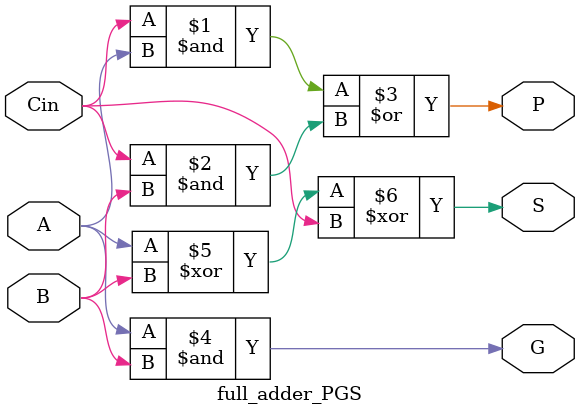
<source format=v>
module full_adder_PGS(A, B, Cin, P, G, S);

//add A and B with a carry in Cin
input A, B, Cin;

//Propogate, Generate, Sum
output P, G, S;

//Addition logic for propogate, generate, and sum
assign P = ((Cin & A) | (Cin & B));
assign G = (A & B);
assign S = ((A ^ B) ^ Cin);

endmodule


</source>
